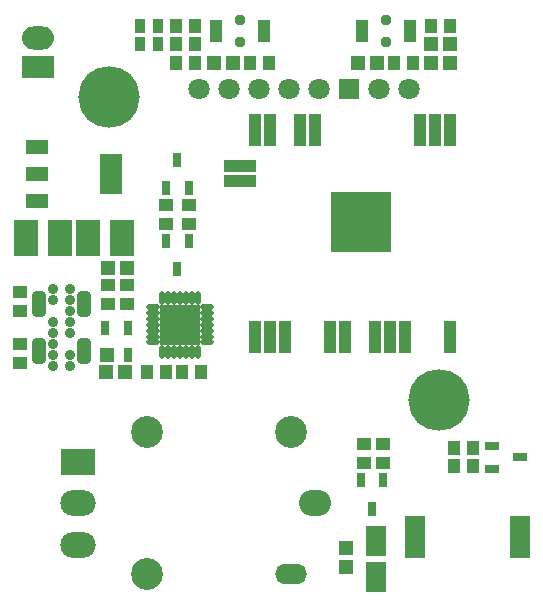
<source format=gts>
G04*
G04 #@! TF.GenerationSoftware,Altium Limited,Altium Designer,23.4.1 (23)*
G04*
G04 Layer_Color=8388736*
%FSLAX44Y44*%
%MOMM*%
G71*
G04*
G04 #@! TF.SameCoordinates,2E05C734-F49D-4732-BD03-9418B1375616*
G04*
G04*
G04 #@! TF.FilePolarity,Negative*
G04*
G01*
G75*
%ADD39R,1.0032X1.1532*%
%ADD40R,3.4532X3.4532*%
%ADD41O,0.5532X1.1532*%
%ADD42O,1.1532X0.5532*%
%ADD43R,0.9532X1.1532*%
%ADD44R,1.1532X1.1532*%
%ADD45R,1.1532X1.0032*%
%ADD46R,0.7532X1.1532*%
%ADD47R,1.1532X1.1532*%
%ADD48R,0.8032X1.2032*%
%ADD49R,1.1032X1.9032*%
%ADD50R,1.7532X2.6032*%
%ADD51R,1.7032X3.6032*%
%ADD52R,1.9532X1.1532*%
%ADD53R,1.9532X3.4032*%
%ADD54R,1.1032X2.7432*%
%ADD55R,2.7432X1.1032*%
%ADD56R,5.2032X5.2032*%
%ADD57R,2.0032X3.1032*%
%ADD58R,1.2032X0.8032*%
%ADD59C,1.8032*%
%ADD60C,5.2032*%
%ADD61R,1.8032X1.8032*%
%ADD62C,0.9532*%
%ADD63O,2.7032X1.9532*%
%ADD64R,2.7032X1.9532*%
G04:AMPARAMS|DCode=65|XSize=2.2032mm|YSize=1.2032mm|CornerRadius=0.3516mm|HoleSize=0mm|Usage=FLASHONLY|Rotation=90.000|XOffset=0mm|YOffset=0mm|HoleType=Round|Shape=RoundedRectangle|*
%AMROUNDEDRECTD65*
21,1,2.2032,0.5000,0,0,90.0*
21,1,1.5000,1.2032,0,0,90.0*
1,1,0.7032,0.2500,0.7500*
1,1,0.7032,0.2500,-0.7500*
1,1,0.7032,-0.2500,-0.7500*
1,1,0.7032,-0.2500,0.7500*
%
%ADD65ROUNDEDRECTD65*%
G04:AMPARAMS|DCode=66|XSize=0.8032mm|YSize=0.8032mm|CornerRadius=0.2516mm|HoleSize=0mm|Usage=FLASHONLY|Rotation=90.000|XOffset=0mm|YOffset=0mm|HoleType=Round|Shape=RoundedRectangle|*
%AMROUNDEDRECTD66*
21,1,0.8032,0.3000,0,0,90.0*
21,1,0.3000,0.8032,0,0,90.0*
1,1,0.5032,0.1500,0.1500*
1,1,0.5032,0.1500,-0.1500*
1,1,0.5032,-0.1500,-0.1500*
1,1,0.5032,-0.1500,0.1500*
%
%ADD66ROUNDEDRECTD66*%
%ADD67O,2.7032X2.2032*%
%ADD68C,2.7032*%
%ADD69O,2.7032X1.7032*%
%ADD70R,3.0032X2.2032*%
%ADD71O,3.0032X2.2032*%
D39*
X163000Y191500D02*
D03*
X147000D02*
D03*
X204750Y453250D02*
D03*
X220750D02*
D03*
X142000D02*
D03*
X158000D02*
D03*
X142000Y468750D02*
D03*
X158000D02*
D03*
X142000Y484250D02*
D03*
X158000D02*
D03*
X326750Y453250D02*
D03*
X342750D02*
D03*
X133500Y191500D02*
D03*
X117500D02*
D03*
X358000Y484250D02*
D03*
X374000D02*
D03*
X393750Y111250D02*
D03*
X377750D02*
D03*
X393750Y126750D02*
D03*
X377750D02*
D03*
D40*
X145250Y231250D02*
D03*
D41*
X130250Y254250D02*
D03*
X135250D02*
D03*
X140250D02*
D03*
X145250D02*
D03*
X150250D02*
D03*
X155250D02*
D03*
X160250D02*
D03*
X155250Y208250D02*
D03*
X150250D02*
D03*
X145250D02*
D03*
X140250D02*
D03*
X135250D02*
D03*
X130250D02*
D03*
X160250D02*
D03*
D42*
X168250Y246250D02*
D03*
Y241250D02*
D03*
Y236250D02*
D03*
Y231250D02*
D03*
Y226250D02*
D03*
Y221250D02*
D03*
Y216250D02*
D03*
X122250D02*
D03*
Y221250D02*
D03*
Y226250D02*
D03*
Y231250D02*
D03*
Y236250D02*
D03*
Y241250D02*
D03*
Y246250D02*
D03*
D43*
X111500Y468750D02*
D03*
X127000D02*
D03*
X111500Y484250D02*
D03*
X127000D02*
D03*
D44*
X190250Y453250D02*
D03*
X174250D02*
D03*
X312250D02*
D03*
X296250D02*
D03*
X84500Y279500D02*
D03*
X100500D02*
D03*
X98500Y191500D02*
D03*
X82500D02*
D03*
X374000Y453250D02*
D03*
X358000D02*
D03*
Y468750D02*
D03*
X374000D02*
D03*
D45*
X84500Y248750D02*
D03*
Y264750D02*
D03*
X9750Y198500D02*
D03*
Y214500D02*
D03*
Y259000D02*
D03*
Y243000D02*
D03*
X133250Y316750D02*
D03*
Y332750D02*
D03*
X153250D02*
D03*
Y316750D02*
D03*
X100500Y264750D02*
D03*
Y248750D02*
D03*
X317000Y114500D02*
D03*
Y130500D02*
D03*
X301000Y114500D02*
D03*
Y130500D02*
D03*
D46*
X82000Y228750D02*
D03*
X101000D02*
D03*
Y205250D02*
D03*
D47*
X84000D02*
D03*
X286133Y41929D02*
D03*
Y25930D02*
D03*
D48*
X143250Y371000D02*
D03*
X152750Y347000D02*
D03*
X133750D02*
D03*
X143250Y278500D02*
D03*
X133750Y302500D02*
D03*
X152750D02*
D03*
X308039Y75630D02*
D03*
X298539Y99630D02*
D03*
X317539D02*
D03*
D49*
X216500Y480000D02*
D03*
X175500D02*
D03*
X299500D02*
D03*
X340500D02*
D03*
D50*
X311750Y17500D02*
D03*
Y48000D02*
D03*
D51*
X433500Y51500D02*
D03*
X344500D02*
D03*
D52*
X24250Y336000D02*
D03*
Y359000D02*
D03*
Y382000D02*
D03*
D53*
X87250Y359000D02*
D03*
D54*
X374000Y220800D02*
D03*
X335900D02*
D03*
X323200D02*
D03*
X310500D02*
D03*
X285100D02*
D03*
X272400D02*
D03*
X234300D02*
D03*
X221600D02*
D03*
X208900D02*
D03*
Y396000D02*
D03*
X221600D02*
D03*
X247000D02*
D03*
X259700D02*
D03*
X348600D02*
D03*
X361300D02*
D03*
X374000D02*
D03*
D55*
X196200Y352750D02*
D03*
Y365450D02*
D03*
D56*
X299000Y318300D02*
D03*
D57*
X15000Y305000D02*
D03*
X44000D02*
D03*
X96250Y305000D02*
D03*
X67250D02*
D03*
D58*
X409250Y128500D02*
D03*
Y109500D02*
D03*
X433250Y119000D02*
D03*
D59*
X161500Y430600D02*
D03*
X339300D02*
D03*
X313900D02*
D03*
X212300D02*
D03*
X186900D02*
D03*
X237700D02*
D03*
X263100D02*
D03*
D60*
X85160Y424250D02*
D03*
X364560Y167710D02*
D03*
D61*
X288500Y430600D02*
D03*
D62*
X196000Y471000D02*
D03*
Y489000D02*
D03*
X320000Y489000D02*
D03*
Y471000D02*
D03*
D63*
X25000Y474250D02*
D03*
D64*
Y449250D02*
D03*
D65*
X64300Y248750D02*
D03*
Y208750D02*
D03*
X25700Y248750D02*
D03*
Y208750D02*
D03*
D66*
X52000Y261250D02*
D03*
Y251964D02*
D03*
Y242679D02*
D03*
Y233393D02*
D03*
Y224107D02*
D03*
Y205536D02*
D03*
Y196250D02*
D03*
X38000Y261250D02*
D03*
Y251964D02*
D03*
Y233393D02*
D03*
Y224107D02*
D03*
Y214821D02*
D03*
Y205536D02*
D03*
Y196250D02*
D03*
D67*
X259500Y80000D02*
D03*
D68*
X117500Y20000D02*
D03*
X239500Y140000D02*
D03*
X117500Y140000D02*
D03*
D69*
X239500Y20000D02*
D03*
D70*
X59000Y115000D02*
D03*
D71*
Y80000D02*
D03*
Y45000D02*
D03*
M02*

</source>
